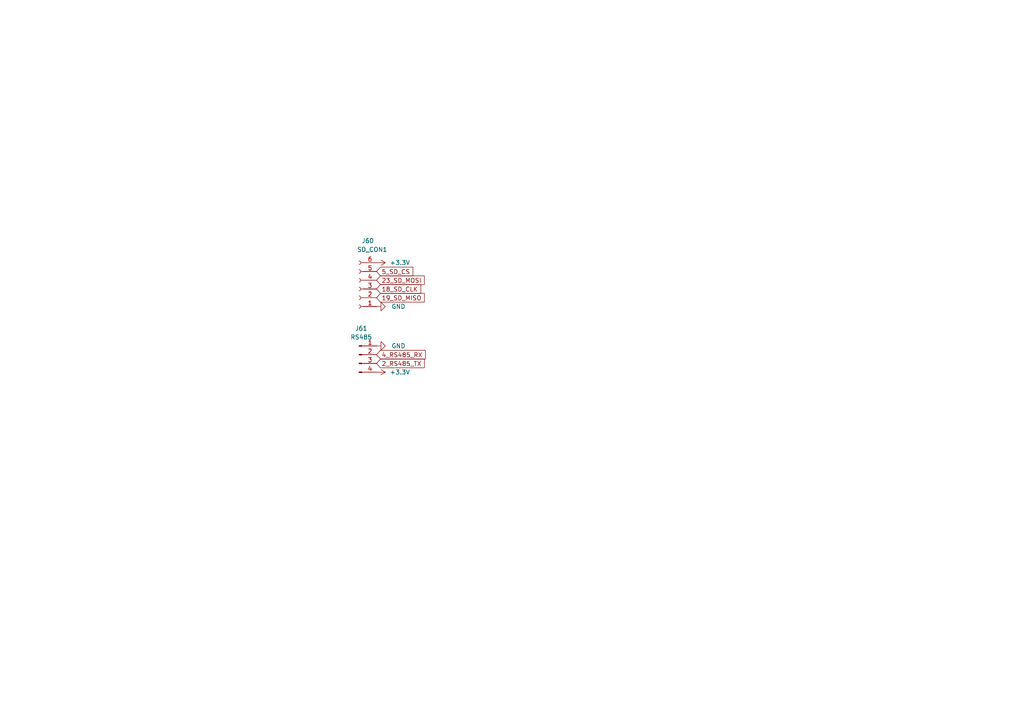
<source format=kicad_sch>
(kicad_sch (version 20211123) (generator eeschema)
  (paper "A4")
  (lib_symbols
    (symbol "Connector:Conn_01x04_Male" (pin_names (offset 1.016) hide)
      (property "Reference" "J" (at 0 5.08 0))
      (property "Value" "Conn_01x04_Male" (at 0 -7.62 0))
      (symbol "Conn_01x04_Male_1_1"
        (polyline (pts (xy 1.27 -5.08) (xy 0.8636 -5.08)) (stroke (width 0.1524)))
        (polyline (pts (xy 1.27 -2.54) (xy 0.8636 -2.54)) (stroke (width 0.1524)))
        (polyline (pts (xy 1.27 0) (xy 0.8636 0)) (stroke (width 0.1524)))
        (polyline (pts (xy 1.27 2.54) (xy 0.8636 2.54)) (stroke (width 0.1524)))
        (rectangle (start 0.8636 -4.953) (end 0 -5.207) (stroke (width 0.1524)) (fill (type outline)))
        (rectangle (start 0.8636 -2.413) (end 0 -2.667) (stroke (width 0.1524)) (fill (type outline)))
        (rectangle (start 0.8636 0.127) (end 0 -0.127) (stroke (width 0.1524)) (fill (type outline)))
        (rectangle (start 0.8636 2.667) (end 0 2.413) (stroke (width 0.1524)) (fill (type outline)))
        (pin passive line (at 5.08 2.54 180) (length 3.81) (name "Pin_1") (number "1"))
        (pin passive line (at 5.08 0 180) (length 3.81) (name "Pin_2") (number "2"))
        (pin passive line (at 5.08 -2.54 180) (length 3.81) (name "Pin_3") (number "3"))
        (pin passive line (at 5.08 -5.08 180) (length 3.81) (name "Pin_4") (number "4"))
      )
    )
    (symbol "Connector:Conn_01x06_Female" (pin_names (offset 1.016) hide)
      (property "Reference" "J" (at 0 7.62 0))
      (property "Value" "Conn_01x06_Female" (at 0 -10.16 0))
      (symbol "Conn_01x06_Female_1_1"
        (arc (start 0 -7.112) (mid -0.508 -7.62) (end 0 -8.128) (stroke (width 0.1524)))
        (arc (start 0 -4.572) (mid -0.508 -5.08) (end 0 -5.588) (stroke (width 0.1524)))
        (arc (start 0 -2.032) (mid -0.508 -2.54) (end 0 -3.048) (stroke (width 0.1524)))
        (polyline (pts (xy -1.27 -7.62) (xy -0.508 -7.62)) (stroke (width 0.1524)))
        (polyline (pts (xy -1.27 -5.08) (xy -0.508 -5.08)) (stroke (width 0.1524)))
        (polyline (pts (xy -1.27 -2.54) (xy -0.508 -2.54)) (stroke (width 0.1524)))
        (polyline (pts (xy -1.27 0) (xy -0.508 0)) (stroke (width 0.1524)))
        (polyline (pts (xy -1.27 2.54) (xy -0.508 2.54)) (stroke (width 0.1524)))
        (polyline (pts (xy -1.27 5.08) (xy -0.508 5.08)) (stroke (width 0.1524)))
        (arc (start 0 0.508) (mid -0.508 0) (end 0 -0.508) (stroke (width 0.1524)))
        (arc (start 0 3.048) (mid -0.508 2.54) (end 0 2.032) (stroke (width 0.1524)))
        (arc (start 0 5.588) (mid -0.508 5.08) (end 0 4.572) (stroke (width 0.1524)))
        (pin passive line (at -5.08 5.08 0) (length 3.81) (name "Pin_1") (number "1"))
        (pin passive line (at -5.08 2.54 0) (length 3.81) (name "Pin_2") (number "2"))
        (pin passive line (at -5.08 0 0) (length 3.81) (name "Pin_3") (number "3"))
        (pin passive line (at -5.08 -2.54 0) (length 3.81) (name "Pin_4") (number "4"))
        (pin passive line (at -5.08 -5.08 0) (length 3.81) (name "Pin_5") (number "5"))
        (pin passive line (at -5.08 -7.62 0) (length 3.81) (name "Pin_6") (number "6"))
      )
    )
    (symbol "power:+3.3V" (power) (pin_names (offset 0))
      (property "Value" "+3.3V" (at 0 3.556 0))
      (symbol "+3.3V_0_1"
        (polyline (pts (xy -0.762 1.27) (xy 0 2.54)))
        (polyline (pts (xy 0 0) (xy 0 2.54)))
        (polyline (pts (xy 0 2.54) (xy 0.762 1.27)))
      )
      (symbol "+3.3V_1_1"
        (pin power_in line (at 0 0 90) (length 0) hide (name "+3.3V") (number "1"))
      )
    )
    (symbol "power:GND" (power) (pin_names (offset 0))
      (property "Value" "GND" (at 0 -3.81 0))
      (symbol "GND_0_1"
        (polyline (pts (xy 0 0) (xy 0 -1.27) (xy 1.27 -1.27) (xy 0 -2.54) (xy -1.27 -1.27) (xy 0 -1.27)))
      )
      (symbol "GND_1_1"
        (pin power_in line (at 0 0 270) (length 0) hide (name "GND") (number "1"))
      )
    )
  )
  (global_label "19_SD_MISO" (shape input) (at 109.22 86.36 0) (property "Intersheet References" "${INTERSHEET_REFS}" (effects hide)))
  (global_label "23_SD_MOSI" (shape input) (at 109.22 81.28 0) (property "Intersheet References" "${INTERSHEET_REFS}" (effects hide)))
  (global_label "2_RS485_TX" (shape input) (at 109.22 105.41 0) (property "Intersheet References" "${INTERSHEET_REFS}" (effects hide)))
  (global_label "4_RS485_RX" (shape input) (at 109.22 102.87 0) (property "Intersheet References" "${INTERSHEET_REFS}" (effects hide)))
  (global_label "5_SD_CS" (shape input) (at 109.22 78.74 0) (property "Intersheet References" "${INTERSHEET_REFS}" (effects hide)))
  (global_label "18_SD_CLK" (shape input) (at 109.22 83.82 0) (property "Intersheet References" "${INTERSHEET_REFS}" (effects hide)))
  (symbol (lib_id "Connector:Conn_01x06_Female") (at 104.14 83.82 180) (unit 1)
    (property "Reference" "J60" (at 106.68 69.85 0))
    (property "Value" "SD_CON1" (at 107.95 72.39 0))
    (property "Footprint" "Connector_PinHeader_2.54mm:PinHeader_1x06_P2.54mm_Vertical" (effects hide))
  )
  (symbol (lib_id "power:GND") (at 109.22 88.9 90) (unit 1)
    (property "Reference" "#PWR0172" (effects hide))
    (property "Value" "GND" (at 115.57 88.9 90))
  )
  (symbol (lib_id "power:+3.3V") (at 109.22 76.2 270) (unit 1)
    (property "Reference" "#PWR0173" (effects hide))
    (property "Value" "+3.3V" (at 113.03 76.1999 90) (effects (justify left)))
  )
  (symbol (lib_id "power:GND") (at 109.22 100.33 90) (unit 1)
    (property "Reference" "#PWR0198" (effects hide))
    (property "Value" "GND" (at 115.57 100.33 90))
  )
  (symbol (lib_id "Connector:Conn_01x04_Male") (at 104.14 102.87 0) (unit 1)
    (property "Reference" "J61" (at 104.775 95.25 0))
    (property "Value" "RS485" (at 104.775 97.79 0))
    (property "Footprint" "Connector_PinHeader_2.54mm:PinHeader_1x04_P2.54mm_Vertical" (effects hide))
  )
  (symbol (lib_id "power:+3.3V") (at 109.22 107.95 270) (unit 1)
    (property "Reference" "#PWR0199" (effects hide))
    (property "Value" "+3.3V" (at 113.03 107.9499 90) (effects (justify left)))
  )
)
</source>
